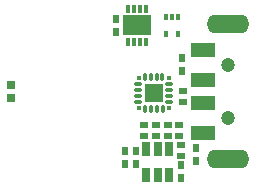
<source format=gbs>
G04 #@! TF.FileFunction,Soldermask,Bot*
%FSLAX46Y46*%
G04 Gerber Fmt 4.6, Leading zero omitted, Abs format (unit mm)*
G04 Created by KiCad (PCBNEW 4.0.7) date 2018. March 19., Monday 22:41:37*
%MOMM*%
%LPD*%
G01*
G04 APERTURE LIST*
%ADD10C,0.150000*%
%ADD11R,0.750000X1.160000*%
%ADD12R,0.350000X0.800000*%
%ADD13R,1.290000X0.930000*%
%ADD14O,3.600120X1.601140*%
%ADD15R,2.098980X1.298880*%
%ADD16C,1.199820*%
%ADD17R,0.600000X0.700000*%
%ADD18R,0.440000X0.440000*%
%ADD19O,0.350000X0.710000*%
%ADD20O,0.710000X0.350000*%
%ADD21R,1.600000X1.600000*%
%ADD22R,0.400000X0.550000*%
%ADD23R,0.800000X0.700000*%
%ADD24R,0.500000X0.700000*%
%ADD25R,0.700000X0.500000*%
G04 APERTURE END LIST*
D10*
D11*
X110000Y-4894500D03*
X1060000Y-4894500D03*
X2010000Y-4894500D03*
X2010000Y-7094500D03*
X110000Y-7094500D03*
X1060000Y-7094500D03*
D12*
X-1442600Y7013300D03*
X-942600Y7013300D03*
X-442600Y7013300D03*
X57400Y7013300D03*
X57400Y4213300D03*
X-442600Y4213300D03*
X-942600Y4213300D03*
X-1442600Y4213300D03*
D13*
X-97600Y5198300D03*
X-1287600Y5198300D03*
X-97600Y6028300D03*
X-1287600Y6028300D03*
D14*
X6999600Y5683770D03*
X6999600Y-5715750D03*
D15*
X4899020Y-1016750D03*
X4899020Y1000010D03*
X4899020Y-3516110D03*
X4899020Y3484130D03*
D16*
X6999600Y-2266430D03*
X6999600Y2234450D03*
D17*
X3015800Y-7370000D03*
X3015800Y-6270000D03*
D18*
X-540000Y1111500D03*
D19*
X-40000Y1201500D03*
X460000Y1201500D03*
X990000Y1201500D03*
X1460000Y1201500D03*
D18*
X1990000Y1111500D03*
D20*
X2060000Y611500D03*
X2060000Y111500D03*
X2060000Y-418500D03*
X2060000Y-918500D03*
D18*
X1990000Y-1418500D03*
D19*
X1490000Y-1488500D03*
X990000Y-1488500D03*
X460000Y-1488500D03*
X-40000Y-1488500D03*
D18*
X-540000Y-1418500D03*
D20*
X-610000Y-918500D03*
X-610000Y-418500D03*
X-610000Y102500D03*
X-610000Y611500D03*
D21*
X725000Y-153500D03*
D22*
X1779200Y6275200D03*
X2779200Y6275200D03*
X1779200Y4875200D03*
X2279200Y6275200D03*
X2779200Y4875200D03*
D17*
X4285800Y-4809500D03*
X4285800Y-5909500D03*
D23*
X-11375000Y-603500D03*
X-11375000Y496500D03*
D24*
X-1706480Y-5090260D03*
X-806480Y-5090260D03*
D25*
X3025960Y-5443740D03*
X3025960Y-4543740D03*
D24*
X-1701400Y-6159600D03*
X-801400Y-6159600D03*
D25*
X3203760Y38420D03*
X3203760Y-861580D03*
X1893120Y-3741940D03*
X1893120Y-2841940D03*
X-138880Y-3741940D03*
X-138880Y-2841940D03*
X2904040Y-3741940D03*
X2904040Y-2841940D03*
X902520Y-3741940D03*
X902520Y-2841940D03*
D17*
X3127560Y1746060D03*
X3127560Y2846060D03*
X-2445200Y5063300D03*
X-2445200Y6163300D03*
M02*

</source>
